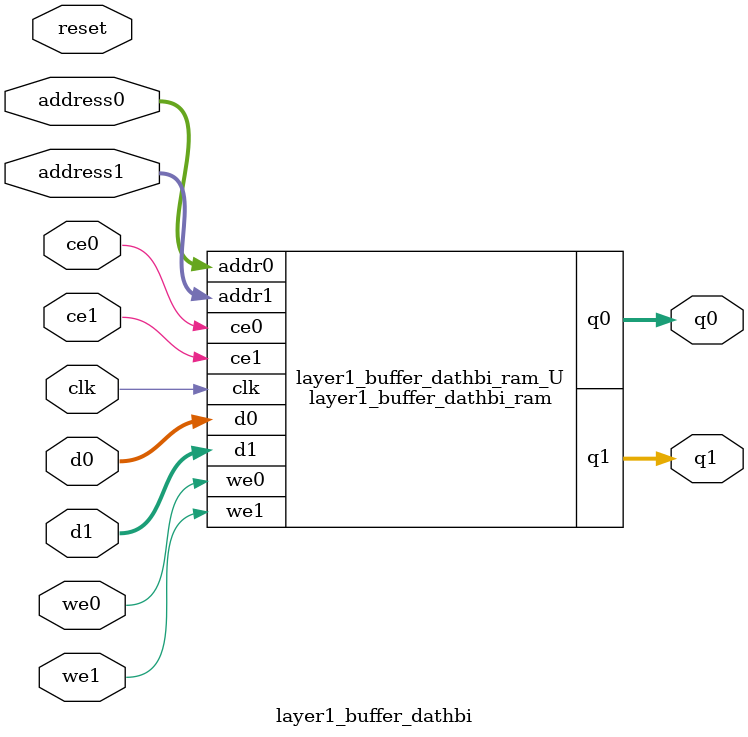
<source format=v>
`timescale 1 ns / 1 ps
module layer1_buffer_dathbi_ram (addr0, ce0, d0, we0, q0, addr1, ce1, d1, we1, q1,  clk);

parameter DWIDTH = 32;
parameter AWIDTH = 9;
parameter MEM_SIZE = 340;

input[AWIDTH-1:0] addr0;
input ce0;
input[DWIDTH-1:0] d0;
input we0;
output reg[DWIDTH-1:0] q0;
input[AWIDTH-1:0] addr1;
input ce1;
input[DWIDTH-1:0] d1;
input we1;
output reg[DWIDTH-1:0] q1;
input clk;

(* ram_style = "block" *)reg [DWIDTH-1:0] ram[0:MEM_SIZE-1];




always @(posedge clk)  
begin 
    if (ce0) 
    begin
        if (we0) 
        begin 
            ram[addr0] <= d0; 
        end 
        q0 <= ram[addr0];
    end
end


always @(posedge clk)  
begin 
    if (ce1) 
    begin
        if (we1) 
        begin 
            ram[addr1] <= d1; 
        end 
        q1 <= ram[addr1];
    end
end


endmodule

`timescale 1 ns / 1 ps
module layer1_buffer_dathbi(
    reset,
    clk,
    address0,
    ce0,
    we0,
    d0,
    q0,
    address1,
    ce1,
    we1,
    d1,
    q1);

parameter DataWidth = 32'd32;
parameter AddressRange = 32'd340;
parameter AddressWidth = 32'd9;
input reset;
input clk;
input[AddressWidth - 1:0] address0;
input ce0;
input we0;
input[DataWidth - 1:0] d0;
output[DataWidth - 1:0] q0;
input[AddressWidth - 1:0] address1;
input ce1;
input we1;
input[DataWidth - 1:0] d1;
output[DataWidth - 1:0] q1;



layer1_buffer_dathbi_ram layer1_buffer_dathbi_ram_U(
    .clk( clk ),
    .addr0( address0 ),
    .ce0( ce0 ),
    .we0( we0 ),
    .d0( d0 ),
    .q0( q0 ),
    .addr1( address1 ),
    .ce1( ce1 ),
    .we1( we1 ),
    .d1( d1 ),
    .q1( q1 ));

endmodule


</source>
